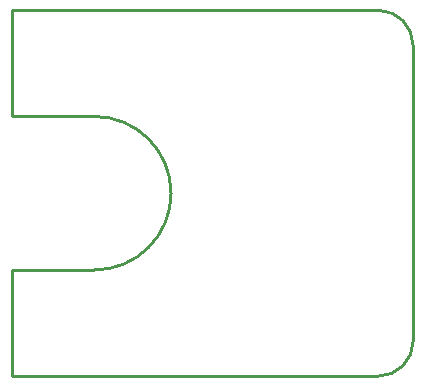
<source format=gbr>
%TF.GenerationSoftware,Altium Limited,Altium Designer,24.7.2 (38)*%
G04 Layer_Color=16711935*
%FSLAX43Y43*%
%MOMM*%
%TF.SameCoordinates,E959DE18-6F16-491B-AE1F-B8F7C51A02EC*%
%TF.FilePolarity,Positive*%
%TF.FileFunction,Keep-out,Top*%
%TF.Part,Single*%
G01*
G75*
%TA.AperFunction,NonConductor*%
%ADD23C,0.254*%
D23*
X24000Y-15500D02*
G03*
X27000Y-12500I0J3000D01*
G01*
X27000Y12500D02*
G03*
X24000Y15500I-3000J0D01*
G01*
X0Y-6500D02*
G03*
X0Y6500I0J6500D01*
G01*
X-7000Y-15500D02*
X24000D01*
X-7000D02*
Y-6524D01*
X27000Y-12500D02*
Y12500D01*
X-7000Y15500D02*
X24000Y15500D01*
X-7000Y6500D02*
Y15500D01*
Y-6500D02*
X0D01*
X-7000Y6500D02*
X75D01*
%TF.MD5,7f1f54027bd4f9f7fb48e8af1cb21a62*%
M02*

</source>
